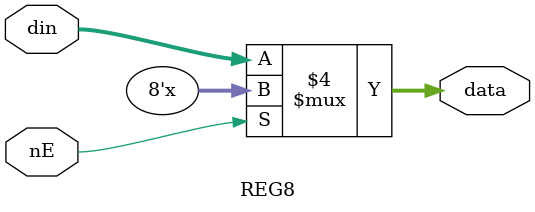
<source format=v>

module REG8(
	input nE,
	input [7:0] din,
	output reg [7:0] data
);

initial begin
	data <= 8'd0;
end

always @(*) begin
	if (!nE)
		data <= din;
end

endmodule
</source>
